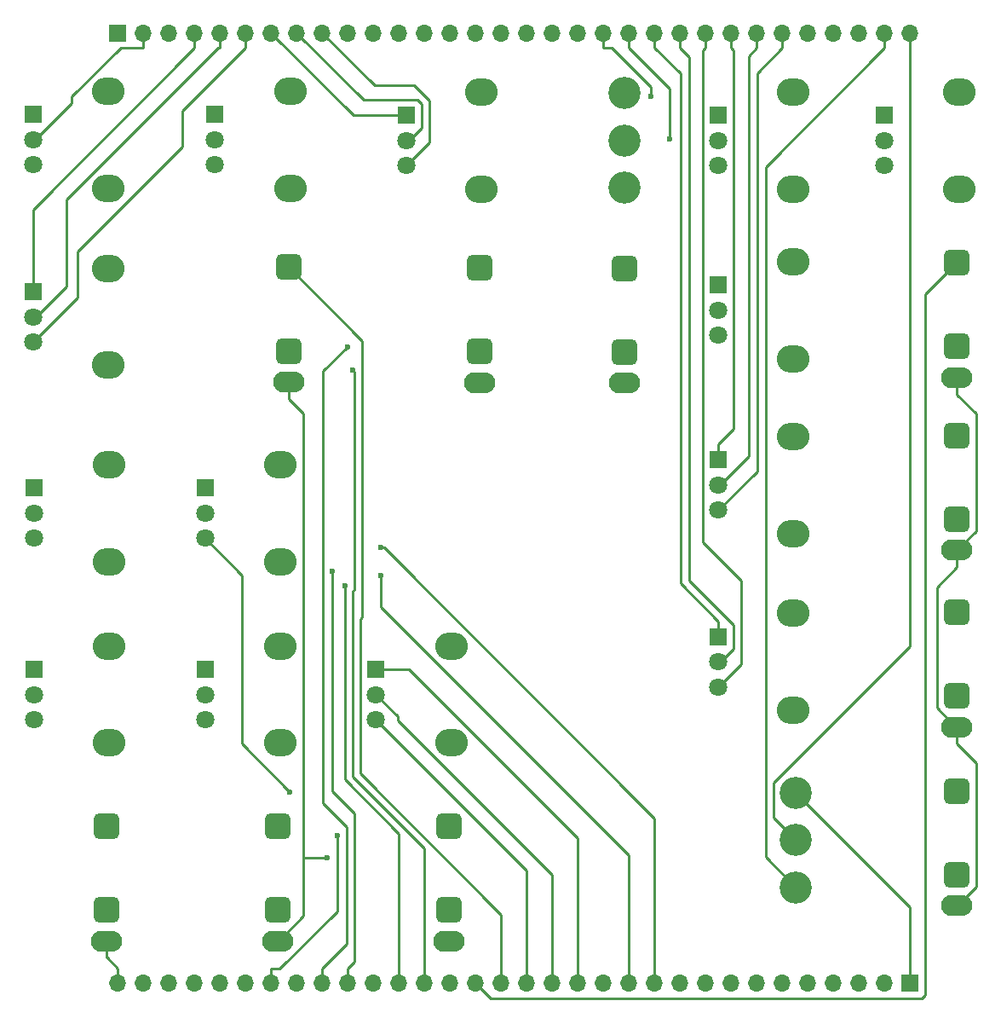
<source format=gbr>
%TF.GenerationSoftware,KiCad,Pcbnew,7.0.9*%
%TF.CreationDate,2024-05-31T23:58:34+01:00*%
%TF.ProjectId,VCO PANEL,56434f20-5041-44e4-954c-2e6b69636164,rev?*%
%TF.SameCoordinates,Original*%
%TF.FileFunction,Copper,L1,Top*%
%TF.FilePolarity,Positive*%
%FSLAX46Y46*%
G04 Gerber Fmt 4.6, Leading zero omitted, Abs format (unit mm)*
G04 Created by KiCad (PCBNEW 7.0.9) date 2024-05-31 23:58:34*
%MOMM*%
%LPD*%
G01*
G04 APERTURE LIST*
G04 Aperture macros list*
%AMRoundRect*
0 Rectangle with rounded corners*
0 $1 Rounding radius*
0 $2 $3 $4 $5 $6 $7 $8 $9 X,Y pos of 4 corners*
0 Add a 4 corners polygon primitive as box body*
4,1,4,$2,$3,$4,$5,$6,$7,$8,$9,$2,$3,0*
0 Add four circle primitives for the rounded corners*
1,1,$1+$1,$2,$3*
1,1,$1+$1,$4,$5*
1,1,$1+$1,$6,$7*
1,1,$1+$1,$8,$9*
0 Add four rect primitives between the rounded corners*
20,1,$1+$1,$2,$3,$4,$5,0*
20,1,$1+$1,$4,$5,$6,$7,0*
20,1,$1+$1,$6,$7,$8,$9,0*
20,1,$1+$1,$8,$9,$2,$3,0*%
G04 Aperture macros list end*
%TA.AperFunction,ComponentPad*%
%ADD10R,1.700000X1.700000*%
%TD*%
%TA.AperFunction,ComponentPad*%
%ADD11O,1.700000X1.700000*%
%TD*%
%TA.AperFunction,ComponentPad*%
%ADD12RoundRect,0.650000X-0.650000X-0.650000X0.650000X-0.650000X0.650000X0.650000X-0.650000X0.650000X0*%
%TD*%
%TA.AperFunction,ComponentPad*%
%ADD13O,3.100000X2.100000*%
%TD*%
%TA.AperFunction,ComponentPad*%
%ADD14O,3.240000X2.720000*%
%TD*%
%TA.AperFunction,ComponentPad*%
%ADD15R,1.800000X1.800000*%
%TD*%
%TA.AperFunction,ComponentPad*%
%ADD16C,1.800000*%
%TD*%
%TA.AperFunction,ComponentPad*%
%ADD17C,3.200000*%
%TD*%
%TA.AperFunction,ViaPad*%
%ADD18C,0.600000*%
%TD*%
%TA.AperFunction,Conductor*%
%ADD19C,0.250000*%
%TD*%
G04 APERTURE END LIST*
D10*
%TO.P,J1,1,Pin_1*%
%TO.N,VCO1CoarsePot1*%
X104625000Y-53300000D03*
D11*
%TO.P,J1,2,Pin_2*%
%TO.N,VCO1CoarsePot2*%
X107165000Y-53300000D03*
%TO.P,J1,3,Pin_3*%
%TO.N,VCO1CoarsePot3*%
X109705000Y-53300000D03*
%TO.P,J1,4,Pin_4*%
%TO.N,VCO1FinePot1*%
X112245000Y-53300000D03*
%TO.P,J1,5,Pin_5*%
%TO.N,VCO1FinePot2*%
X114785000Y-53300000D03*
%TO.P,J1,6,Pin_6*%
%TO.N,VCO1FinePot3*%
X117325000Y-53300000D03*
%TO.P,J1,7,Pin_7*%
%TO.N,VCO1FMPot1*%
X119865000Y-53300000D03*
%TO.P,J1,8,Pin_8*%
%TO.N,VCO1FMPot2*%
X122405000Y-53300000D03*
%TO.P,J1,9,Pin_9*%
%TO.N,VCO1FMPot3*%
X124945000Y-53300000D03*
%TO.P,J1,10,Pin_10*%
%TO.N,VCO1PwmPot1*%
X127485000Y-53300000D03*
%TO.P,J1,11,Pin_11*%
%TO.N,VCO1PwmPot2*%
X130025000Y-53300000D03*
%TO.P,J1,12,Pin_12*%
%TO.N,VCO1PwmPot3*%
X132565000Y-53300000D03*
%TO.P,J1,13,Pin_13*%
%TO.N,SW1p1*%
X135105000Y-53300000D03*
%TO.P,J1,14,Pin_14*%
%TO.N,SW1p2*%
X137645000Y-53300000D03*
%TO.P,J1,15,Pin_15*%
%TO.N,SW1p3*%
X140185000Y-53300000D03*
%TO.P,J1,16,Pin_16*%
%TO.N,VCO2CoarsePot1*%
X142725000Y-53300000D03*
%TO.P,J1,17,Pin_17*%
%TO.N,VCO2CoarsePot2*%
X145265000Y-53300000D03*
%TO.P,J1,18,Pin_18*%
%TO.N,VCO2CoarsePot3*%
X147805000Y-53300000D03*
%TO.P,J1,19,Pin_19*%
%TO.N,VCO2FinePot1*%
X150345000Y-53300000D03*
%TO.P,J1,20,Pin_20*%
%TO.N,VCO2FinePot2*%
X152885000Y-53300000D03*
%TO.P,J1,21,Pin_21*%
%TO.N,VCO2FinePot3*%
X155425000Y-53300000D03*
%TO.P,J1,22,Pin_22*%
%TO.N,VCO2FMPot1*%
X157965000Y-53300000D03*
%TO.P,J1,23,Pin_23*%
%TO.N,VCO2FMPot2*%
X160505000Y-53300000D03*
%TO.P,J1,24,Pin_24*%
%TO.N,VCO2FMPot3*%
X163045000Y-53300000D03*
%TO.P,J1,25,Pin_25*%
%TO.N,VCO2PwmPot1*%
X165585000Y-53300000D03*
%TO.P,J1,26,Pin_26*%
%TO.N,VCO2PwmPot2*%
X168125000Y-53300000D03*
%TO.P,J1,27,Pin_27*%
%TO.N,VCO2PwmPot3*%
X170665000Y-53300000D03*
%TO.P,J1,28,Pin_28*%
%TO.N,VCO2IDKPot1*%
X173205000Y-53300000D03*
%TO.P,J1,29,Pin_29*%
%TO.N,VCO2IDKPot2*%
X175745000Y-53300000D03*
%TO.P,J1,30,Pin_30*%
%TO.N,VCO2IDKPot3*%
X178285000Y-53300000D03*
%TO.P,J1,31,Pin_31*%
%TO.N,SW2p1*%
X180825000Y-53300000D03*
%TO.P,J1,32,Pin_32*%
%TO.N,SW2p2*%
X183365000Y-53300000D03*
%TD*%
D12*
%TO.P,J5,R*%
%TO.N,unconnected-(J5-PadR)*%
X188000000Y-119130000D03*
D13*
%TO.P,J5,S*%
%TO.N,Ground*%
X188000000Y-122230000D03*
D12*
%TO.P,J5,T*%
%TO.N,fmIn2*%
X188000000Y-110830000D03*
%TD*%
D14*
%TO.P,RV9,*%
%TO.N,*%
X188275000Y-59200000D03*
X188275000Y-68800000D03*
D15*
%TO.P,RV9,1,1*%
%TO.N,VCO2IDKPot1*%
X180775000Y-61500000D03*
D16*
%TO.P,RV9,2,2*%
%TO.N,VCO2IDKPot2*%
X180775000Y-64000000D03*
%TO.P,RV9,3,3*%
%TO.N,VCO2IDKPot3*%
X180775000Y-66500000D03*
%TD*%
D12*
%TO.P,J11,R*%
%TO.N,unconnected-(J11-PadR)*%
X155000000Y-84972600D03*
D13*
%TO.P,J11,S*%
%TO.N,Ground*%
X155000000Y-88072600D03*
D12*
%TO.P,J11,T*%
%TO.N,vcoOut1*%
X155000000Y-76672600D03*
%TD*%
D14*
%TO.P,RV4,*%
%TO.N,*%
X121775000Y-59120000D03*
X121775000Y-68720000D03*
D15*
%TO.P,RV4,1,1*%
%TO.N,VCO1PwmPot1*%
X114275000Y-61420000D03*
D16*
%TO.P,RV4,2,2*%
%TO.N,VCO1PwmPot2*%
X114275000Y-63920000D03*
%TO.P,RV4,3,3*%
%TO.N,VCO1PwmPot3*%
X114275000Y-66420000D03*
%TD*%
D14*
%TO.P,RV8,*%
%TO.N,*%
X171775000Y-93400000D03*
X171775000Y-103000000D03*
D15*
%TO.P,RV8,1,1*%
%TO.N,VCO2PwmPot1*%
X164275000Y-95700000D03*
D16*
%TO.P,RV8,2,2*%
%TO.N,VCO2PwmPot2*%
X164275000Y-98200000D03*
%TO.P,RV8,3,3*%
%TO.N,VCO2PwmPot3*%
X164275000Y-100700000D03*
%TD*%
D12*
%TO.P,J10,R*%
%TO.N,unconnected-(J10-PadR)*%
X120500000Y-140380000D03*
D13*
%TO.P,J10,S*%
%TO.N,Ground*%
X120500000Y-143480000D03*
D12*
%TO.P,J10,T*%
%TO.N,fmIn3*%
X120500000Y-132080000D03*
%TD*%
D14*
%TO.P,RV2,*%
%TO.N,*%
X103682500Y-76700000D03*
X103682500Y-86300000D03*
D15*
%TO.P,RV2,1,1*%
%TO.N,VCO1FinePot1*%
X96182500Y-79000000D03*
D16*
%TO.P,RV2,2,2*%
%TO.N,VCO1FinePot2*%
X96182500Y-81500000D03*
%TO.P,RV2,3,3*%
%TO.N,VCO1FinePot3*%
X96182500Y-84000000D03*
%TD*%
D17*
%TO.P,SW2,1,A*%
%TO.N,SW2p1*%
X172000000Y-138150000D03*
%TO.P,SW2,2,B*%
%TO.N,SW2p2*%
X172000000Y-133450000D03*
%TO.P,SW2,3,C*%
%TO.N,SW2p3*%
X172000000Y-128750000D03*
%TD*%
D14*
%TO.P,RV3,*%
%TO.N,*%
X140775000Y-59200000D03*
X140775000Y-68800000D03*
D15*
%TO.P,RV3,1,1*%
%TO.N,VCO1FMPot1*%
X133275000Y-61500000D03*
D16*
%TO.P,RV3,2,2*%
%TO.N,VCO1FMPot2*%
X133275000Y-64000000D03*
%TO.P,RV3,3,3*%
%TO.N,VCO1FMPot3*%
X133275000Y-66500000D03*
%TD*%
D12*
%TO.P,J12,R*%
%TO.N,unconnected-(J12-PadR)*%
X137500000Y-140380000D03*
D13*
%TO.P,J12,S*%
%TO.N,Ground*%
X137500000Y-143480000D03*
D12*
%TO.P,J12,T*%
%TO.N,mixOut*%
X137500000Y-132080000D03*
%TD*%
D14*
%TO.P,RV13,*%
%TO.N,*%
X137775000Y-114200000D03*
X137775000Y-123800000D03*
D15*
%TO.P,RV13,1,1*%
%TO.N,VCO3WaveMixPot1*%
X130275000Y-116500000D03*
D16*
%TO.P,RV13,2,2*%
%TO.N,VCO3WaveMixPot2*%
X130275000Y-119000000D03*
%TO.P,RV13,3,3*%
%TO.N,VCO3WaveMixPot3*%
X130275000Y-121500000D03*
%TD*%
D14*
%TO.P,RV1,*%
%TO.N,*%
X103682500Y-59120000D03*
X103682500Y-68720000D03*
D15*
%TO.P,RV1,1,1*%
%TO.N,VCO1CoarsePot1*%
X96182500Y-61420000D03*
D16*
%TO.P,RV1,2,2*%
%TO.N,VCO1CoarsePot2*%
X96182500Y-63920000D03*
%TO.P,RV1,3,3*%
%TO.N,VCO1CoarsePot3*%
X96182500Y-66420000D03*
%TD*%
D14*
%TO.P,RV10,*%
%TO.N,*%
X103775000Y-96200000D03*
X103775000Y-105800000D03*
D15*
%TO.P,RV10,1,1*%
%TO.N,VCO3CoarsePot1*%
X96275000Y-98500000D03*
D16*
%TO.P,RV10,2,2*%
%TO.N,VCO3CoarsePot2*%
X96275000Y-101000000D03*
%TO.P,RV10,3,3*%
%TO.N,VCO3CoarsePot3*%
X96275000Y-103500000D03*
%TD*%
D14*
%TO.P,RV14,*%
%TO.N,*%
X120775000Y-96200000D03*
X120775000Y-105800000D03*
D15*
%TO.P,RV14,1,1*%
%TO.N,VCO3PwmPot1*%
X113275000Y-98500000D03*
D16*
%TO.P,RV14,2,2*%
%TO.N,VCO3PwmPot2*%
X113275000Y-101000000D03*
%TO.P,RV14,3,3*%
%TO.N,VCO3PwmPot3*%
X113275000Y-103500000D03*
%TD*%
D14*
%TO.P,RV11,*%
%TO.N,*%
X103775000Y-114200000D03*
X103775000Y-123800000D03*
D15*
%TO.P,RV11,1,1*%
%TO.N,VCO3FinePot1*%
X96275000Y-116500000D03*
D16*
%TO.P,RV11,2,2*%
%TO.N,VCO3FinePot2*%
X96275000Y-119000000D03*
%TO.P,RV11,3,3*%
%TO.N,VCO3FinePot3*%
X96275000Y-121500000D03*
%TD*%
D12*
%TO.P,J4,R*%
%TO.N,unconnected-(J4-PadR)*%
X103500000Y-140380000D03*
D13*
%TO.P,J4,S*%
%TO.N,Ground*%
X103500000Y-143480000D03*
D12*
%TO.P,J4,T*%
%TO.N,cvIn3*%
X103500000Y-132080000D03*
%TD*%
D10*
%TO.P,J2,1,Pin_1*%
%TO.N,SW2p3*%
X183375000Y-147700000D03*
D11*
%TO.P,J2,2,Pin_2*%
%TO.N,VCO3CoarsePot1*%
X180835000Y-147700000D03*
%TO.P,J2,3,Pin_3*%
%TO.N,VCO3CoarsePot2*%
X178295000Y-147700000D03*
%TO.P,J2,4,Pin_4*%
%TO.N,VCO3CoarsePot3*%
X175755000Y-147700000D03*
%TO.P,J2,5,Pin_5*%
%TO.N,VCO3FinePot1*%
X173215000Y-147700000D03*
%TO.P,J2,6,Pin_6*%
%TO.N,VCO3FinePot2*%
X170675000Y-147700000D03*
%TO.P,J2,7,Pin_7*%
%TO.N,VCO3FinePot3*%
X168135000Y-147700000D03*
%TO.P,J2,8,Pin_8*%
%TO.N,VCO3FMPot1*%
X165595000Y-147700000D03*
%TO.P,J2,9,Pin_9*%
%TO.N,VCO3FMPot2*%
X163055000Y-147700000D03*
%TO.P,J2,10,Pin_10*%
%TO.N,VCO3FMPot3*%
X160515000Y-147700000D03*
%TO.P,J2,11,Pin_11*%
%TO.N,VCO3PwmPot1*%
X157975000Y-147700000D03*
%TO.P,J2,12,Pin_12*%
%TO.N,VCO3PwmPot2*%
X155435000Y-147700000D03*
%TO.P,J2,13,Pin_13*%
%TO.N,VCO3PwmPot3*%
X152895000Y-147700000D03*
%TO.P,J2,14,Pin_14*%
%TO.N,VCO3WaveMixPot1*%
X150355000Y-147700000D03*
%TO.P,J2,15,Pin_15*%
%TO.N,VCO3WaveMixPot2*%
X147815000Y-147700000D03*
%TO.P,J2,16,Pin_16*%
%TO.N,VCO3WaveMixPot3*%
X145275000Y-147700000D03*
%TO.P,J2,17,Pin_17*%
%TO.N,cvIn1*%
X142735000Y-147700000D03*
%TO.P,J2,18,Pin_18*%
%TO.N,cvIn2*%
X140195000Y-147700000D03*
%TO.P,J2,19,Pin_19*%
%TO.N,cvIn3*%
X137655000Y-147700000D03*
%TO.P,J2,20,Pin_20*%
%TO.N,fmIn1*%
X135115000Y-147700000D03*
%TO.P,J2,21,Pin_21*%
%TO.N,fmIn2*%
X132575000Y-147700000D03*
%TO.P,J2,22,Pin_22*%
%TO.N,fmIn3*%
X130035000Y-147700000D03*
%TO.P,J2,23,Pin_23*%
%TO.N,pwmIn*%
X127495000Y-147700000D03*
%TO.P,J2,24,Pin_24*%
%TO.N,vcoOut1*%
X124955000Y-147700000D03*
%TO.P,J2,25,Pin_25*%
%TO.N,vcoOut2*%
X122415000Y-147700000D03*
%TO.P,J2,26,Pin_26*%
%TO.N,mixOut*%
X119875000Y-147700000D03*
%TO.P,J2,27,Pin_27*%
%TO.N,unconnected-(J2-Pin_27-Pad27)*%
X117335000Y-147700000D03*
%TO.P,J2,28,Pin_28*%
%TO.N,unconnected-(J2-Pin_28-Pad28)*%
X114795000Y-147700000D03*
%TO.P,J2,29,Pin_29*%
%TO.N,unconnected-(J2-Pin_29-Pad29)*%
X112255000Y-147700000D03*
%TO.P,J2,30,Pin_30*%
%TO.N,unconnected-(J2-Pin_30-Pad30)*%
X109715000Y-147700000D03*
%TO.P,J2,31,Pin_31*%
%TO.N,Ground*%
X107175000Y-147700000D03*
%TO.P,J2,32,Pin_32*%
X104635000Y-147700000D03*
%TD*%
D12*
%TO.P,J6,R*%
%TO.N,unconnected-(J6-PadR)*%
X188000000Y-101580000D03*
D13*
%TO.P,J6,S*%
%TO.N,Ground*%
X188000000Y-104680000D03*
D12*
%TO.P,J6,T*%
%TO.N,pwmIn*%
X188000000Y-93280000D03*
%TD*%
%TO.P,J7,R*%
%TO.N,unconnected-(J7-PadR)*%
X188000000Y-136880000D03*
D13*
%TO.P,J7,S*%
%TO.N,Ground*%
X188000000Y-139980000D03*
D12*
%TO.P,J7,T*%
%TO.N,vcoOut2*%
X188000000Y-128580000D03*
%TD*%
D14*
%TO.P,RV12,*%
%TO.N,*%
X120775000Y-114200000D03*
X120775000Y-123800000D03*
D15*
%TO.P,RV12,1,1*%
%TO.N,VCO3FMPot1*%
X113275000Y-116500000D03*
D16*
%TO.P,RV12,2,2*%
%TO.N,VCO3FMPot2*%
X113275000Y-119000000D03*
%TO.P,RV12,3,3*%
%TO.N,VCO3FMPot3*%
X113275000Y-121500000D03*
%TD*%
D14*
%TO.P,RV5,*%
%TO.N,*%
X171775000Y-59200000D03*
X171775000Y-68800000D03*
D15*
%TO.P,RV5,1,1*%
%TO.N,VCO2CoarsePot1*%
X164275000Y-61500000D03*
D16*
%TO.P,RV5,2,2*%
%TO.N,VCO2CoarsePot2*%
X164275000Y-64000000D03*
%TO.P,RV5,3,3*%
%TO.N,VCO2CoarsePot3*%
X164275000Y-66500000D03*
%TD*%
D12*
%TO.P,J3,R*%
%TO.N,unconnected-(J3-PadR)*%
X121592500Y-84880000D03*
D13*
%TO.P,J3,S*%
%TO.N,Ground*%
X121592500Y-87980000D03*
D12*
%TO.P,J3,T*%
%TO.N,cvIn1*%
X121592500Y-76580000D03*
%TD*%
%TO.P,J8,R*%
%TO.N,unconnected-(J8-PadR)*%
X188000000Y-84430000D03*
D13*
%TO.P,J8,S*%
%TO.N,Ground*%
X188000000Y-87530000D03*
D12*
%TO.P,J8,T*%
%TO.N,cvIn2*%
X188000000Y-76130000D03*
%TD*%
D17*
%TO.P,SW1,1,A*%
%TO.N,SW1p1*%
X155000000Y-68700000D03*
%TO.P,SW1,2,B*%
%TO.N,SW1p2*%
X155000000Y-64000000D03*
%TO.P,SW1,3,C*%
%TO.N,SW1p3*%
X155000000Y-59300000D03*
%TD*%
D12*
%TO.P,J9,R*%
%TO.N,unconnected-(J9-PadR)*%
X140592500Y-84960000D03*
D13*
%TO.P,J9,S*%
%TO.N,Ground*%
X140592500Y-88060000D03*
D12*
%TO.P,J9,T*%
%TO.N,fmIn1*%
X140592500Y-76660000D03*
%TD*%
D14*
%TO.P,RV6,*%
%TO.N,*%
X171775000Y-76050000D03*
X171775000Y-85650000D03*
D15*
%TO.P,RV6,1,1*%
%TO.N,VCO2FinePot1*%
X164275000Y-78350000D03*
D16*
%TO.P,RV6,2,2*%
%TO.N,VCO2FinePot2*%
X164275000Y-80850000D03*
%TO.P,RV6,3,3*%
%TO.N,VCO2FinePot3*%
X164275000Y-83350000D03*
%TD*%
D14*
%TO.P,RV7,*%
%TO.N,*%
X171775000Y-110950000D03*
X171775000Y-120550000D03*
D15*
%TO.P,RV7,1,1*%
%TO.N,VCO2FMPot1*%
X164275000Y-113250000D03*
D16*
%TO.P,RV7,2,2*%
%TO.N,VCO2FMPot2*%
X164275000Y-115750000D03*
%TO.P,RV7,3,3*%
%TO.N,VCO2FMPot3*%
X164275000Y-118250000D03*
%TD*%
D18*
%TO.N,VCO2FinePot2*%
X157638300Y-59644900D03*
%TO.N,VCO2FinePot3*%
X159478200Y-63836000D03*
%TO.N,VCO3PwmPot1*%
X130791300Y-104422400D03*
%TO.N,VCO3PwmPot2*%
X130791300Y-107210200D03*
%TO.N,VCO3PwmPot3*%
X121734900Y-128707900D03*
%TO.N,fmIn1*%
X127960100Y-86825100D03*
%TO.N,fmIn2*%
X127202600Y-108204400D03*
%TO.N,pwmIn*%
X125932200Y-106733300D03*
%TO.N,vcoOut1*%
X127446900Y-84460700D03*
%TO.N,mixOut*%
X126419700Y-133043500D03*
%TO.N,Ground*%
X125401600Y-135241300D03*
%TD*%
D19*
%TO.N,VCO1CoarsePot2*%
X96182500Y-63920000D02*
X96373100Y-63920000D01*
X104905800Y-54776700D02*
X107165000Y-54776700D01*
X107165000Y-53300000D02*
X107165000Y-54776700D01*
X100045600Y-60247500D02*
X100045600Y-59636900D01*
X100045600Y-59636900D02*
X104905800Y-54776700D01*
X96373100Y-63920000D02*
X100045600Y-60247500D01*
%TO.N,VCO1FinePot1*%
X96182500Y-79000000D02*
X96182500Y-70874000D01*
X96182500Y-70874000D02*
X112245000Y-54811500D01*
X112245000Y-54811500D02*
X112245000Y-53300000D01*
%TO.N,VCO1FinePot2*%
X99490300Y-69841900D02*
X114555500Y-54776700D01*
X96452300Y-81500000D02*
X99490300Y-78462000D01*
X114555500Y-54776700D02*
X114785000Y-54776700D01*
X96182500Y-81500000D02*
X96452300Y-81500000D01*
X114785000Y-53300000D02*
X114785000Y-54776700D01*
X99490300Y-78462000D02*
X99490300Y-69841900D01*
%TO.N,VCO1FinePot3*%
X111028200Y-64581700D02*
X111028200Y-61073500D01*
X111028200Y-61073500D02*
X117325000Y-54776700D01*
X100617000Y-74992900D02*
X111028200Y-64581700D01*
X117325000Y-53300000D02*
X117325000Y-54776700D01*
X96182500Y-84000000D02*
X100617000Y-79565500D01*
X100617000Y-79565500D02*
X100617000Y-74992900D01*
%TO.N,VCO1FMPot1*%
X133275000Y-61500000D02*
X128065000Y-61500000D01*
X128065000Y-61500000D02*
X119865000Y-53300000D01*
%TO.N,VCO1FMPot2*%
X133512500Y-64000000D02*
X134806300Y-62706200D01*
X129065000Y-59960000D02*
X122405000Y-53300000D01*
X133275000Y-64000000D02*
X133512500Y-64000000D01*
X134806300Y-62706200D02*
X134806300Y-60331800D01*
X134434500Y-59960000D02*
X129065000Y-59960000D01*
X134806300Y-60331800D02*
X134434500Y-59960000D01*
%TO.N,VCO1FMPot3*%
X134052800Y-58515200D02*
X130160200Y-58515200D01*
X135558000Y-60020400D02*
X134052800Y-58515200D01*
X135558000Y-64217000D02*
X135558000Y-60020400D01*
X130160200Y-58515200D02*
X124945000Y-53300000D01*
X133275000Y-66500000D02*
X135558000Y-64217000D01*
%TO.N,VCO2FinePot2*%
X157638300Y-58701900D02*
X157638300Y-59644900D01*
X152885000Y-53300000D02*
X152885000Y-54776700D01*
X152885000Y-54776700D02*
X153713100Y-54776700D01*
X153713100Y-54776700D02*
X157638300Y-58701900D01*
%TO.N,VCO2FinePot3*%
X155425000Y-53300000D02*
X155425000Y-54776700D01*
X159478200Y-58829900D02*
X155425000Y-54776700D01*
X159478200Y-63836000D02*
X159478200Y-58829900D01*
%TO.N,VCO2FMPot1*%
X157965000Y-54776700D02*
X160544500Y-57356200D01*
X157965000Y-53300000D02*
X157965000Y-54776700D01*
X164275000Y-113250000D02*
X164275000Y-111723300D01*
X160544600Y-107992900D02*
X164275000Y-111723300D01*
X160544500Y-57356200D02*
X160544500Y-107992900D01*
X160544500Y-107992900D02*
X160544600Y-107992900D01*
%TO.N,VCO2FMPot2*%
X165801700Y-112090400D02*
X165801700Y-114490100D01*
X161426900Y-55698600D02*
X161426900Y-107715600D01*
X165801700Y-114490100D02*
X164541800Y-115750000D01*
X160505000Y-53300000D02*
X160505000Y-54776700D01*
X161426900Y-107715600D02*
X165801700Y-112090400D01*
X160505000Y-54776700D02*
X161426900Y-55698600D01*
X164541800Y-115750000D02*
X164275000Y-115750000D01*
%TO.N,VCO2FMPot3*%
X166553400Y-107683200D02*
X162748300Y-103878100D01*
X164275000Y-118250000D02*
X166553400Y-115971600D01*
X163045000Y-53300000D02*
X163045000Y-54776700D01*
X162748300Y-103878100D02*
X162748300Y-55073400D01*
X162748300Y-55073400D02*
X163045000Y-54776700D01*
X166553400Y-115971600D02*
X166553400Y-107683200D01*
%TO.N,VCO2PwmPot1*%
X165801700Y-54993400D02*
X165585000Y-54776700D01*
X164275000Y-95700000D02*
X164275000Y-94173300D01*
X165585000Y-53300000D02*
X165585000Y-54776700D01*
X164275000Y-94173300D02*
X165801700Y-92646600D01*
X165801700Y-92646600D02*
X165801700Y-54993400D01*
%TO.N,VCO2PwmPot2*%
X167306600Y-95354700D02*
X167306600Y-55595100D01*
X164461300Y-98200000D02*
X167306600Y-95354700D01*
X164275000Y-98200000D02*
X164461300Y-98200000D01*
X168125000Y-53300000D02*
X168125000Y-54776700D01*
X167306600Y-55595100D02*
X168125000Y-54776700D01*
%TO.N,VCO2PwmPot3*%
X164275000Y-100700000D02*
X168151400Y-96823600D01*
X168151400Y-96823600D02*
X168151400Y-57290300D01*
X170665000Y-53300000D02*
X170665000Y-54776700D01*
X168151400Y-57290300D02*
X170665000Y-54776700D01*
%TO.N,SW2p1*%
X169008000Y-135158000D02*
X169008000Y-66593700D01*
X169008000Y-66593700D02*
X180825000Y-54776700D01*
X172000000Y-138150000D02*
X169008000Y-135158000D01*
X180825000Y-53300000D02*
X180825000Y-54776700D01*
%TO.N,SW2p2*%
X183365000Y-114176100D02*
X183365000Y-53300000D01*
X169772200Y-127768900D02*
X183365000Y-114176100D01*
X169772200Y-131222200D02*
X169772200Y-127768900D01*
X172000000Y-133450000D02*
X169772200Y-131222200D01*
%TO.N,SW2p3*%
X172000000Y-128750000D02*
X183375000Y-140125000D01*
X183375000Y-140125000D02*
X183375000Y-147700000D01*
%TO.N,VCO3PwmPot1*%
X157975000Y-131298800D02*
X157975000Y-147700000D01*
X131098600Y-104422400D02*
X157975000Y-131298800D01*
X130791300Y-104422400D02*
X131098600Y-104422400D01*
%TO.N,VCO3PwmPot2*%
X130791300Y-107210200D02*
X130791300Y-110285900D01*
X130791300Y-110285900D02*
X155435000Y-134929600D01*
X155435000Y-134929600D02*
X155435000Y-147700000D01*
%TO.N,VCO3PwmPot3*%
X113275000Y-103500000D02*
X116932700Y-107157700D01*
X116932700Y-123905700D02*
X121734900Y-128707900D01*
X116932700Y-107157700D02*
X116932700Y-123905700D01*
%TO.N,VCO3WaveMixPot1*%
X150355000Y-133299900D02*
X150355000Y-147700000D01*
X133555100Y-116500000D02*
X150355000Y-133299900D01*
X130275000Y-116500000D02*
X133555100Y-116500000D01*
%TO.N,VCO3WaveMixPot2*%
X132419700Y-121544100D02*
X147815000Y-136939400D01*
X132419700Y-121144700D02*
X132419700Y-121544100D01*
X147815000Y-136939400D02*
X147815000Y-147700000D01*
X130275000Y-119000000D02*
X132419700Y-121144700D01*
%TO.N,VCO3WaveMixPot3*%
X130275000Y-121500000D02*
X145275000Y-136500000D01*
X145275000Y-136500000D02*
X145275000Y-147700000D01*
%TO.N,cvIn1*%
X128902300Y-83889800D02*
X121592500Y-76580000D01*
X128902300Y-111328300D02*
X128902300Y-83889800D01*
X142735000Y-147700000D02*
X142735000Y-140860900D01*
X142735000Y-140860900D02*
X128747300Y-126873200D01*
X128747300Y-111483300D02*
X128902300Y-111328300D01*
X128747300Y-126873200D02*
X128747300Y-111483300D01*
%TO.N,cvIn2*%
X188000000Y-76130000D02*
X184851700Y-79278300D01*
X184851700Y-79278300D02*
X184851700Y-148813900D01*
X184851700Y-148813900D02*
X184488900Y-149176700D01*
X141671700Y-149176700D02*
X140195000Y-147700000D01*
X184488900Y-149176700D02*
X141671700Y-149176700D01*
%TO.N,fmIn1*%
X128129300Y-86994300D02*
X127960100Y-86825100D01*
X127995600Y-127184600D02*
X127995600Y-108722000D01*
X127995600Y-108722000D02*
X128129300Y-108588300D01*
X128129300Y-108588300D02*
X128129300Y-86994300D01*
X135115000Y-134304000D02*
X127995600Y-127184600D01*
X135115000Y-147700000D02*
X135115000Y-134304000D01*
%TO.N,fmIn2*%
X132575000Y-132835800D02*
X127202600Y-127463400D01*
X127202600Y-127463400D02*
X127202600Y-108204400D01*
X132575000Y-146223300D02*
X132575000Y-132835800D01*
X132575000Y-147700000D02*
X132575000Y-146223300D01*
%TO.N,pwmIn*%
X125932200Y-128588900D02*
X125932200Y-106733300D01*
X127495000Y-147700000D02*
X127495000Y-146223300D01*
X127495000Y-146223300D02*
X128133200Y-145585100D01*
X128133200Y-145585100D02*
X128133200Y-130789900D01*
X128133200Y-130789900D02*
X125932200Y-128588900D01*
%TO.N,vcoOut1*%
X127446900Y-84460700D02*
X125000300Y-86907300D01*
X125000300Y-129796800D02*
X127378400Y-132174900D01*
X125000300Y-86907300D02*
X125000300Y-129796800D01*
X127378400Y-143799900D02*
X124955000Y-146223300D01*
X127378400Y-132174900D02*
X127378400Y-143799900D01*
X124955000Y-147700000D02*
X124955000Y-146223300D01*
%TO.N,mixOut*%
X120703100Y-146223300D02*
X119875000Y-146223300D01*
X126419700Y-133043500D02*
X126419700Y-140506700D01*
X126419700Y-140506700D02*
X120703100Y-146223300D01*
X119875000Y-147700000D02*
X119875000Y-146223300D01*
%TO.N,Ground*%
X186012800Y-108343900D02*
X186012800Y-120319400D01*
X121592500Y-87980000D02*
X121592500Y-89656700D01*
X186012800Y-120319400D02*
X187923400Y-122230000D01*
X188000000Y-122230000D02*
X188000000Y-123906700D01*
X103500000Y-143480000D02*
X103500000Y-145156700D01*
X103568400Y-145156700D02*
X103500000Y-145156700D01*
X123077100Y-140985300D02*
X120582400Y-143480000D01*
X188000000Y-139980000D02*
X188089200Y-139980000D01*
X123077100Y-135241300D02*
X125401600Y-135241300D01*
X120582400Y-143480000D02*
X120500000Y-143480000D01*
X123077100Y-135241300D02*
X123077100Y-140985300D01*
X188001800Y-104680000D02*
X189929200Y-102752600D01*
X188000000Y-104680000D02*
X188000000Y-106356700D01*
X189929200Y-102752600D02*
X189929200Y-91135900D01*
X188089200Y-139980000D02*
X189937600Y-138131600D01*
X121592500Y-89656700D02*
X123077100Y-91141300D01*
X188000000Y-104680000D02*
X188001800Y-104680000D01*
X104635000Y-146223300D02*
X103568400Y-145156700D01*
X187923400Y-122230000D02*
X188000000Y-122230000D01*
X188000000Y-87530000D02*
X188000000Y-89206700D01*
X188000000Y-106356700D02*
X186012800Y-108343900D01*
X189937600Y-125844300D02*
X188000000Y-123906700D01*
X189929200Y-91135900D02*
X188000000Y-89206700D01*
X189937600Y-138131600D02*
X189937600Y-125844300D01*
X123077100Y-91141300D02*
X123077100Y-135241300D01*
X104635000Y-147700000D02*
X104635000Y-146223300D01*
%TD*%
M02*

</source>
